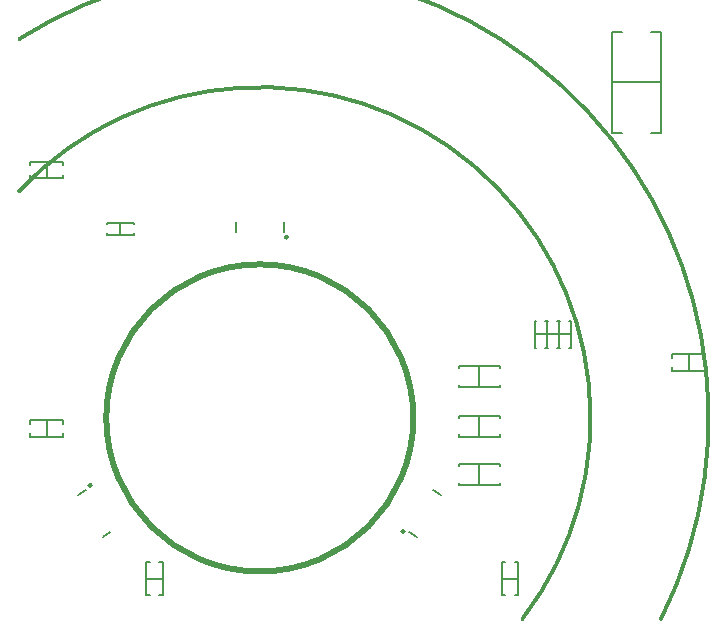
<source format=gbo>
G04*
G04 #@! TF.GenerationSoftware,Altium Limited,Altium Designer,24.4.1 (13)*
G04*
G04 Layer_Color=32896*
%FSLAX44Y44*%
%MOMM*%
G71*
G04*
G04 #@! TF.SameCoordinates,D346328A-3EA5-4E80-806F-D0F93F3E7631*
G04*
G04*
G04 #@! TF.FilePolarity,Positive*
G04*
G01*
G75*
%ADD11C,0.2000*%
%ADD14C,0.5000*%
%ADD16C,0.3000*%
%ADD17C,0.1500*%
%ADD18C,0.1270*%
D11*
X331500Y241000D02*
X339500D01*
Y327000D01*
X331500D02*
X339500D01*
X298500D02*
X306500D01*
X298500Y241000D02*
Y327000D01*
Y241000D02*
X306500D01*
X298500Y284000D02*
X339500D01*
D14*
X130000Y-0D02*
G03*
X130000Y-0I-130000J0D01*
G01*
D16*
X121959Y-95986D02*
G03*
X121959Y-95986I-707J0D01*
G01*
X-143045Y-57014D02*
G03*
X-143045Y-57014I-707J0D01*
G01*
X23207Y153000D02*
G03*
X23207Y153000I-707J0D01*
G01*
X339682Y-170342D02*
G03*
X-203558Y320880I-339682J170342D01*
G01*
X222306Y-170235D02*
G03*
X-203867Y191933I-222306J170235D01*
G01*
D17*
X363000Y40000D02*
Y54000D01*
X377000Y51000D02*
Y54000D01*
X349000D02*
X377000D01*
X349000Y51000D02*
Y54000D01*
Y40000D02*
Y43000D01*
Y40000D02*
X377000D01*
Y43000D01*
X-106570Y154920D02*
Y156190D01*
X-129430Y154920D02*
X-106570D01*
X-129430D02*
Y156190D01*
Y163810D02*
Y165080D01*
X-106570D01*
Y163810D02*
Y165080D01*
X-118000Y154920D02*
Y165080D01*
X252920Y71000D02*
X263080D01*
X252920Y82430D02*
X254190D01*
X252920Y59570D02*
Y82430D01*
Y59570D02*
X254190D01*
X261810D02*
X263080D01*
Y82430D01*
X261810D02*
X263080D01*
X242920Y71000D02*
X253080D01*
X242920Y82430D02*
X244190D01*
X242920Y59570D02*
Y82430D01*
Y59570D02*
X244190D01*
X251810D02*
X253080D01*
Y82430D01*
X251810D02*
X253080D01*
X232920Y71000D02*
X243080D01*
X232920Y82430D02*
X234190D01*
X232920Y59570D02*
Y82430D01*
Y59570D02*
X234190D01*
X241810D02*
X243080D01*
Y82430D01*
X241810D02*
X243080D01*
X203000Y-41000D02*
Y-39000D01*
X169000D02*
X203000D01*
X169000Y-41000D02*
Y-39000D01*
X203000Y-57000D02*
Y-55000D01*
X169000Y-57000D02*
X203000D01*
X169000D02*
Y-55000D01*
X186000Y-57000D02*
Y-39000D01*
Y-16000D02*
Y2000D01*
X169000Y-16000D02*
Y-14000D01*
Y-16000D02*
X203000D01*
Y-14000D01*
X169000Y-0D02*
Y2000D01*
X203000D01*
Y-0D02*
Y2000D01*
X186000Y26000D02*
Y44000D01*
X169000Y26000D02*
Y28000D01*
Y26000D02*
X203000D01*
Y28000D01*
X169000Y42000D02*
Y44000D01*
X203000D01*
Y42000D02*
Y44000D01*
X-194500Y214000D02*
Y217000D01*
X-166500D01*
Y214000D02*
Y217000D01*
Y203000D02*
Y206000D01*
X-194500Y203000D02*
X-166500D01*
X-194500D02*
Y206000D01*
X-180500Y203000D02*
Y217000D01*
X205000Y-150300D02*
X208000D01*
X205000D02*
Y-122300D01*
X208000D01*
X216000D02*
X219000D01*
Y-150300D02*
Y-122300D01*
X216000Y-150300D02*
X219000D01*
X205000Y-136300D02*
X219000D01*
X-96000D02*
X-82000D01*
X-96000Y-122300D02*
X-93000D01*
X-96000Y-150300D02*
Y-122300D01*
Y-150300D02*
X-93000D01*
X-85000D02*
X-82000D01*
Y-122300D01*
X-85000D02*
X-82000D01*
X-180500Y-16000D02*
Y-2000D01*
X-166500Y-5000D02*
Y-2000D01*
X-194500D02*
X-166500D01*
X-194500Y-5000D02*
Y-2000D01*
Y-16000D02*
Y-13000D01*
Y-16000D02*
X-166500D01*
Y-13000D01*
D18*
X146909Y-61146D02*
X153512Y-64959D01*
X126409Y-96654D02*
X133012Y-100466D01*
X-133012Y-100466D02*
X-126409Y-96653D01*
X-153512Y-64959D02*
X-146909Y-61146D01*
X20500Y157800D02*
Y165425D01*
X-20500Y157800D02*
Y165425D01*
M02*

</source>
